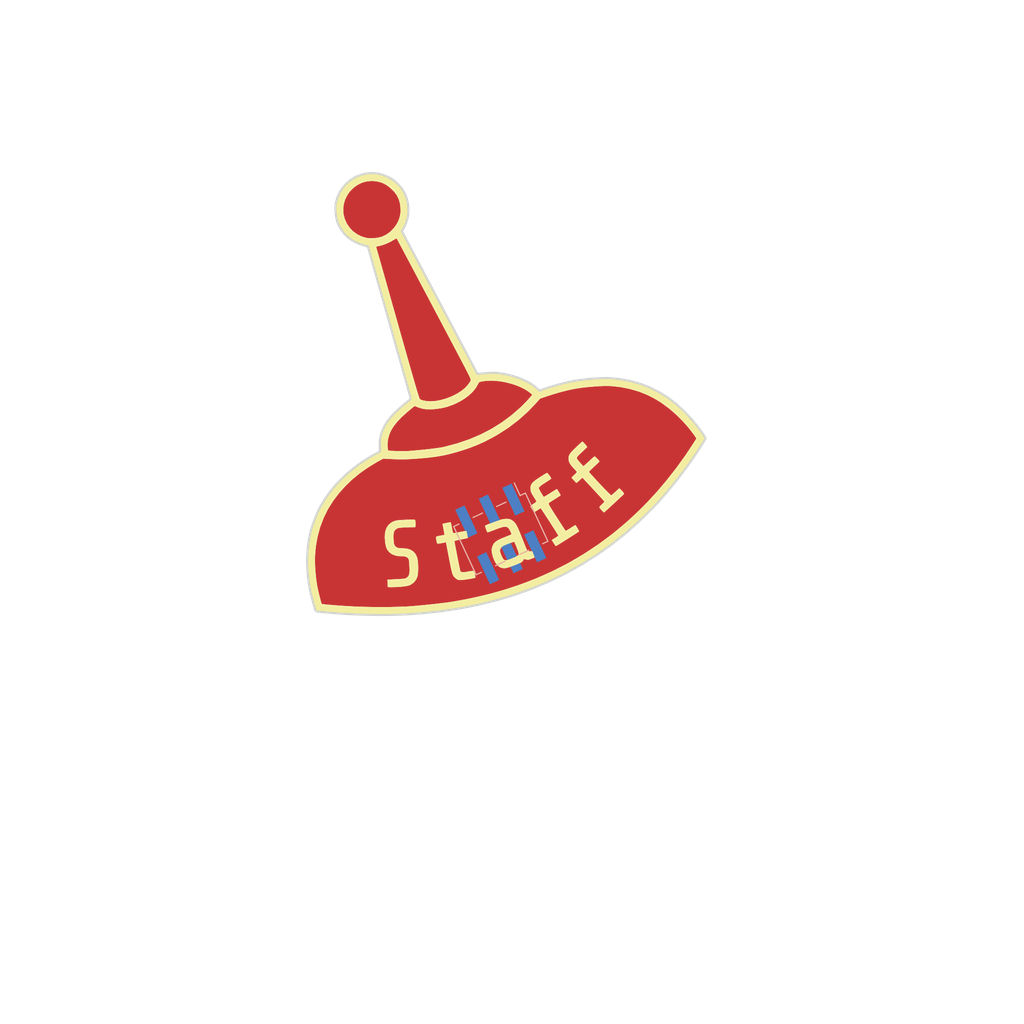
<source format=kicad_pcb>
(kicad_pcb (version 20221018) (generator pcbnew)
  (layers (0 "F.Cu" signal) (31 "B.Cu" signal) (34 "B.Paste" user) (35 "F.Paste" user) (36 "B.SilkS" user "B.Silkscreen") (37 "F.SilkS" user "F.Silkscreen") (38 "B.Mask" user) (39 "F.Mask" user) (44 "Edge.Cuts" user))
  (net 0 "")
  (footprint "LOGO" (layer "F.Cu") (at 148.413848 87.515506 5)
    (fp_text reference "G***" hide)
    (fp_text value "LOGO" hide)
    (fp_poly (pts (xy 0.448622 15.52562) (xy 0.497654 15.641544) (xy 0.556629 15.808785) (xy 0.619072 16.005996) (xy 0.67851 16.211825) (xy 0.728467 16.404926) (xy 0.762468 16.563948) (xy 0.774095 16.663075) (xy 0.757688 16.749156) (xy 0.70025 16.823506) (xy 0.589457 16.893149) (xy 0.412984 16.965109) (xy 0.158509 17.046411) (xy 0.042171 17.080251) (xy -0.214085 17.151902) (xy -0.395526 17.196366) (xy -0.519861 17.214789) (xy -0.604798 17.208314) (xy -0.668043 17.178085) (xy -0.722902 17.12967) (xy -0.789116 17.027814) (xy -0.86181 16.862176) (xy -0.930474 16.664234) (xy -0.984601 16.465466) (xy -1.013683 16.297349) (xy -1.016 16.251667) (xy -0.990003 16.10484) (xy -0.905713 15.978503) (xy -0.753684 15.865729) (xy -0.52447 15.759593) (xy -0.208625 15.653169) (xy -0.193469 15.648633) (xy 0.027506 15.583993) (xy 0.216277 15.531057) (xy 0.352624 15.495341) (xy 0.416008 15.482361)) (fill solid) (layer "F.Cu"))
    (fp_poly (pts (xy -10.242037 -20.861341) (xy -10.057351 -20.830172) (xy -9.657779 -20.726865) (xy -9.315928 -20.582983) (xy -9.002817 -20.382761) (xy -8.689468 -20.110436) (xy -8.634233 -20.055979) (xy -8.300648 -19.678232) (xy -8.056347 -19.296005) (xy -7.894526 -18.893428) (xy -7.80838 -18.454631) (xy -7.789333 -18.085562) (xy -7.828692 -17.570873) (xy -7.94955 -17.104192) (xy -8.156082 -16.675445) (xy -8.452465 -16.274556) (xy -8.608878 -16.107925) (xy -8.98133 -15.784181) (xy -9.371563 -15.545454) (xy -9.79937 -15.380019) (xy -9.871908 -15.359759) (xy -10.103798 -15.318923) (xy -10.394469 -15.297751) (xy -10.707978 -15.296145) (xy -11.008383 -15.314008) (xy -11.259743 -15.35124) (xy -11.311186 -15.363692) (xy -11.788642 -15.541443) (xy -12.223936 -15.80361) (xy -12.60806 -16.143708) (xy -12.901079 -16.508857) (xy -13.152402 -16.959799) (xy -13.314008 -17.433486) (xy -13.386938 -17.919114) (xy -13.372235 -18.405878) (xy -13.27094 -18.882972) (xy -13.084095 -19.339593) (xy -12.812742 -19.764935) (xy -12.55944 -20.051914) (xy -12.152095 -20.394356) (xy -11.710825 -20.648342) (xy -11.241486 -20.812049) (xy -10.749938 -20.883656)) (fill solid) (layer "F.Cu"))
    (fp_poly (pts (xy -0.296741 -0.391998) (xy 0.291154 -0.295166) (xy 0.885629 -0.145972) (xy 1.468323 0.049805) (xy 2.020873 0.286386) (xy 2.524917 0.557991) (xy 2.962092 0.85884) (xy 3.152698 1.021034) (xy 3.459238 1.303856) (xy 3.092266 1.661202) (xy 2.900733 1.840113) (xy 2.664788 2.049287) (xy 2.416986 2.260343) (xy 2.227605 2.41504) (xy 1.275751 3.113936) (xy 0.276302 3.731435) (xy -0.772609 4.268308) (xy -1.872853 4.725324) (xy -3.026299 5.103252) (xy -4.234817 5.40286) (xy -5.500278 5.624919) (xy -5.612191 5.640469) (xy -5.845251 5.66474) (xy -6.157492 5.686275) (xy -6.531364 5.704774) (xy -6.949317 5.719941) (xy -7.393801 5.731479) (xy -7.847265 5.73909) (xy -8.29216 5.742476) (xy -8.710936 5.741339) (xy -9.086042 5.735383) (xy -9.399928 5.72431) (xy -9.62781 5.708546) (xy -9.905149 5.679615) (xy -10.188526 5.647315) (xy -10.458095 5.614193) (xy -10.694012 5.582798) (xy -10.876429 5.55568) (xy -10.985503 5.535386) (xy -10.994572 5.533014) (xy -11.042683 5.501412) (xy -11.068549 5.42658) (xy -11.077947 5.286238) (xy -11.078398 5.209787) (xy -11.04806 4.771179) (xy -10.956732 4.353179) (xy -10.800151 3.949995) (xy -10.57405 3.555833) (xy -10.274163 3.1649) (xy -9.896226 2.771402) (xy -9.435973 2.369546) (xy -8.889138 1.953539) (xy -8.463379 1.658081) (xy -8.097233 1.411985) (xy -7.761855 1.577581) (xy -7.433044 1.715367) (xy -7.083454 1.809715) (xy -6.690332 1.865012) (xy -6.230928 1.885648) (xy -6.162814 1.886017) (xy -5.549403 1.85989) (xy -4.969525 1.775062) (xy -4.379015 1.624639) (xy -4.269192 1.590386) (xy -3.697128 1.376618) (xy -3.169361 1.117965) (xy -2.696799 0.821929) (xy -2.290348 0.496014) (xy -1.960916 0.147722) (xy -1.766387 -0.131349) (xy -1.678691 -0.270511) (xy -1.604013 -0.34749) (xy -1.509703 -0.385407) (xy -1.37934 -0.405454) (xy -0.859693 -0.430687)) (fill solid) (layer "F.Cu"))
    (fp_poly (pts (xy -8.40549 -15.024384) (xy -8.349189 -14.894414) (xy -8.260264 -14.686771) (xy -8.141148 -14.40722) (xy -7.994269 -14.061528) (xy -7.822059 -13.655462) (xy -7.626946 -13.194788) (xy -7.411361 -12.685273) (xy -7.177734 -12.132684) (xy -6.928496 -11.542787) (xy -6.666075 -10.921348) (xy -6.392903 -10.274135) (xy -6.11141 -9.606914) (xy -5.824024 -8.925451) (xy -5.533178 -8.235513) (xy -5.2413 -7.542866) (xy -4.95082 -6.853278) (xy -4.66417 -6.172515) (xy -4.383778 -5.506343) (xy -4.112075 -4.860529) (xy -3.851491 -4.24084) (xy -3.604457 -3.653042) (xy -3.373401 -3.102901) (xy -3.160755 -2.596185) (xy -2.968948 -2.13866) (xy -2.80041 -1.736093) (xy -2.657572 -1.394249) (xy -2.542863 -1.118896) (xy -2.458714 -0.915801) (xy -2.407554 -0.790729) (xy -2.39178 -0.749905) (xy -2.409516 -0.645695) (xy -2.491661 -0.498543) (xy -2.625819 -0.324362) (xy -2.799594 -0.139067) (xy -3.000592 0.04143) (xy -3.021294 0.058266) (xy -3.432049 0.340058) (xy -3.91101 0.586115) (xy -4.436904 0.790631) (xy -4.988458 0.947801) (xy -5.544397 1.051822) (xy -6.083449 1.096888) (xy -6.584341 1.077194) (xy -6.699034 1.061795) (xy -6.951031 1.0124) (xy -7.190948 0.947438) (xy -7.39035 0.875706) (xy -7.5171 0.808757) (xy -7.532157 0.780175) (xy -7.554429 0.709179) (xy -7.584613 0.592266) (xy -7.623408 0.425932) (xy -7.671513 0.206674) (xy -7.729627 -0.069012) (xy -7.798447 -0.404629) (xy -7.878674 -0.80368) (xy -7.971004 -1.269669) (xy -8.076138 -1.8061) (xy -8.194774 -2.416475) (xy -8.327609 -3.104298) (xy -8.475344 -3.873074) (xy -8.638676 -4.726304) (xy -8.818304 -5.667493) (xy -9.014928 -6.700144) (xy -9.024272 -6.74927) (xy -9.183771 -7.587689) (xy -9.338571 -8.401135) (xy -9.487686 -9.184443) (xy -9.630133 -9.932449) (xy -9.764924 -10.639989) (xy -9.891076 -11.301897) (xy -10.007603 -11.913009) (xy -10.11352 -12.468162) (xy -10.207842 -12.962189) (xy -10.289583 -13.389926) (xy -10.357758 -13.74621) (xy -10.411382 -14.025875) (xy -10.44947 -14.223757) (xy -10.471036 -14.334691) (xy -10.475561 -14.357047) (xy -10.481236 -14.429026) (xy -10.437348 -14.459621) (xy -10.324149 -14.465905) (xy -10.096069 -14.487187) (xy -9.810827 -14.545698) (xy -9.496801 -14.633429) (xy -9.182368 -14.742375) (xy -8.895902 -14.864527) (xy -8.874258 -14.875014) (xy -8.690728 -14.962723) (xy -8.542616 -15.02938) (xy -8.449143 -15.066571) (xy -8.42674 -15.070912)) (fill solid) (layer "F.Cu"))
    (fp_poly (pts (xy 9.95459 1.050316) (xy 10.545602 1.079037) (xy 11.083111 1.13039) (xy 11.588051 1.20751) (xy 12.081354 1.313534) (xy 12.583953 1.451595) (xy 13.062857 1.606283) (xy 13.850352 1.911006) (xy 14.583524 2.270791) (xy 15.277932 2.69537) (xy 15.949138 3.194475) (xy 16.612704 3.777835) (xy 16.757281 3.916572) (xy 17.327126 4.511203) (xy 17.871234 5.1564) (xy 18.369825 5.82674) (xy 18.803117 6.496799) (xy 18.915207 6.690044) (xy 19.072886 6.969612) (xy 18.716729 7.435245) (xy 17.820193 8.557581) (xy 16.859544 9.667139) (xy 15.851241 10.746841) (xy 14.811745 11.779607) (xy 13.757515 12.748358) (xy 12.869333 13.502824) (xy 11.476259 14.580569) (xy 10.040927 15.572539) (xy 8.562608 16.479012) (xy 7.040574 17.300264) (xy 5.474097 18.036574) (xy 3.862447 18.688219) (xy 2.204897 19.255477) (xy 0.500717 19.738625) (xy -1.250819 20.137942) (xy -3.050442 20.453704) (xy -4.898879 20.686189) (xy -6.289524 20.804162) (xy -6.53712 20.817823) (xy -6.860373 20.830826) (xy -7.242725 20.842906) (xy -7.667616 20.853799) (xy -8.118486 20.863241) (xy -8.578777 20.870967) (xy -9.031929 20.876714) (xy -9.461383 20.880216) (xy -9.85058 20.881211) (xy -10.18296 20.879433) (xy -10.441964 20.874618) (xy -10.522857 20.871715) (xy -12.153102 20.779989) (xy -13.728414 20.648514) (xy -15.191619 20.485928) (xy -15.488596 20.447156) (xy -15.826904 20.399951) (xy -16.194432 20.346288) (xy -16.579069 20.288139) (xy -16.968704 20.227477) (xy -17.351226 20.166276) (xy -17.714523 20.10651) (xy -18.046484 20.05015) (xy -18.334998 19.99917) (xy -18.567954 19.955544) (xy -18.73324 19.921245) (xy -18.818746 19.898245) (xy -18.827271 19.893604) (xy -18.848442 19.832368) (xy -18.879639 19.692421) (xy -18.917987 19.490948) (xy -18.960613 19.245137) (xy -19.004645 18.972175) (xy -19.038195 18.749169) (xy -12.258645 18.749169) (xy -12.255692 18.812937) (xy -12.254982 18.814801) (xy -12.200794 18.829679) (xy -12.068851 18.845229) (xy -11.878149 18.860445) (xy -11.647681 18.874317) (xy -11.39644 18.885839) (xy -11.143421 18.894003) (xy -10.907617 18.897801) (xy -10.716381 18.896436) (xy -10.451071 18.884285) (xy -10.252541 18.859514) (xy -10.091121 18.817259) (xy -9.990667 18.777506) (xy -9.686761 18.593585) (xy -9.44186 18.343443) (xy -9.286201 18.076914) (xy -9.229104 17.891983) (xy -9.180492 17.636578) (xy -9.142406 17.336772) (xy -9.116889 17.018639) (xy -9.105982 16.70825) (xy -9.111727 16.43168) (xy -9.136168 16.215001) (xy -9.139198 16.200063) (xy -9.254211 15.863191) (xy -9.441514 15.589964) (xy -9.699269 15.381834) (xy -10.025639 15.240254) (xy -10.418785 15.166675) (xy -10.450286 15.163988) (xy -10.717882 15.134926) (xy -10.910058 15.091667) (xy -11.047961 15.026166) (xy -11.152737 14.93038) (xy -11.189351 14.882849) (xy -11.236953 14.807539) (xy -11.267172 14.727479) (xy -11.283061 14.620429) (xy -11.287673 14.464149) (xy -11.286862 14.413006) (xy -7.144641 14.413006) (xy -7.137997 14.550708) (xy -7.123084 14.70781) (xy -7.106968 14.850634) (xy -7.086068 14.944579) (xy -7.043038 14.997772) (xy -6.960533 15.018338) (xy -6.821207 15.014403) (xy -6.607716 14.994094) (xy -6.528773 14.986235) (xy -6.211641 14.955118) (xy -6.058093 16.475496) (xy -6.01007 16.940672) (xy -5.967878 17.320076) (xy -5.929321 17.624366) (xy -5.892205 17.864199) (xy -5.854333 18.05023) (xy -5.813511 18.193117) (xy -5.767543 18.303517) (xy -5.714235 18.392087) (xy -5.65139 18.469484) (xy -5.646167 18.475205) (xy -5.521203 18.601077) (xy -5.404334 18.685923) (xy -5.27304 18.736293) (xy -5.104804 18.758734) (xy -4.877108 18.759797) (xy -4.692953 18.752436) (xy -4.440442 18.738494) (xy -4.19569 18.721929) (xy -3.99117 18.705095) (xy -3.884994 18.693871) (xy -3.633417 18.662144) (xy -3.661397 18.342024) (xy -3.681362 18.171995) (xy -3.706203 18.040414) (xy -3.729159 17.97833) (xy -3.794113 17.963504) (xy -3.938422 17.962243) (xy -4.145671 17.974291) (xy -4.285255 17.986974) (xy -4.57639 18.010272) (xy -4.785955 18.010794) (xy -4.926891 17.986503) (xy -5.012143 17.93536) (xy -5.051448 17.866312) (xy -5.0614 17.803937) (xy -5.079596 17.660022) (xy -5.104452 17.449286) (xy -5.13438 17.18645) (xy -5.167794 16.886234) (xy -5.203108 16.56336) (xy -5.238736 16.232546) (xy -5.273091 15.908514) (xy -5.304586 15.605984) (xy -5.331635 15.339677) (xy -5.352652 15.124312) (xy -5.366051 14.974611) (xy -5.370286 14.907772) (xy -5.324982 14.888831) (xy -5.20076 14.864904) (xy -5.015159 14.838713) (xy -4.785715 14.81298) (xy -4.716565 14.806281) (xy -4.476276 14.781754) (xy -4.273176 14.757172) (xy -4.125401 14.735022) (xy -4.051088 14.71779) (xy -4.045995 14.714349) (xy -4.042484 14.654662) (xy -4.049225 14.531398) (xy -4.063058 14.375226) (xy -4.080822 14.216817) (xy -4.099358 14.086841) (xy -4.115504 14.015965) (xy -4.118439 14.011335) (xy -4.170725 14.010398) (xy -4.299849 14.018938) (xy -4.486516 14.035421) (xy -4.71143 14.058313) (xy -4.717143 14.058929) (xy -4.949866 14.08362) (xy -5.151719 14.104227) (xy -5.300766 14.118566) (xy -5.374378 14.124425) (xy -5.410336 14.109118) (xy -5.438802 14.050322) (xy -5.463352 13.933227) (xy -5.48756 13.743021) (xy -5.490191 13.717262) (xy -2.260883 13.717262) (xy -2.239673 13.83494) (xy -2.204302 13.985369) (xy -2.162444 14.138849) (xy -2.121772 14.265678) (xy -2.089959 14.336155) (xy -2.084781 14.341226) (xy -2.030888 14.334009) (xy -1.900881 14.303194) (xy -1.711297 14.25308) (xy -1.478675 14.187968) (xy -1.333198 14.145801) (xy -0.970636 14.044133) (xy -0.685814 13.976585) (xy -0.466217 13.942392) (xy -0.299332 13.940792) (xy -0.172642 13.971021) (xy -0.073633 14.032315) (xy -0.037648 14.066762) (xy 0.025933 14.158968) (xy 0.095474 14.296366) (xy 0.160157 14.451249) (xy 0.209164 14.595907) (xy 0.231676 14.702634) (xy 0.225393 14.740449) (xy 0.175471 14.759298) (xy 0.050503 14.799303) (xy -0.131562 14.854897) (xy -0.352772 14.920508) (xy -0.3913 14.931769) (xy -0.766369 15.04751) (xy -1.059606 15.154951) (xy -1.284519 15.262318) (xy -1.454616 15.377837) (xy -1.583405 15.509736) (xy -1.684394 15.66624) (xy -1.722258 15.742338) (xy -1.8128 16.033994) (xy -1.82961 16.366471) (xy -1.772179 16.745818) (xy -1.639995 17.178086) (xy -1.590324 17.307412) (xy -1.477263 17.516541) (xy -1.322351 17.705738) (xy -1.149227 17.850922) (xy -0.981532 17.928014) (xy -0.980934 17.928147) (xy -0.865429 17.95594) (xy -0.798286 17.975399) (xy -0.686694 17.984588) (xy -0.497993 17.964156) (xy -0.246325 17.916675) (xy 0.05417 17.844718) (xy 0.314476 17.77293) (xy 0.609633 17.683833) (xy 0.825178 17.60923) (xy 0.975769 17.541811) (xy 1.076068 17.474266) (xy 1.140734 17.399282) (xy 1.16891 17.346845) (xy 1.205152 17.279754) (xy 1.25132 17.257066) (xy 1.337712 17.274209) (xy 1.435743 17.306573) (xy 1.564896 17.344763) (xy 1.673161 17.354659) (xy 1.800245 17.335476) (xy 1.950275 17.296404) (xy 2.110064 17.250374) (xy 2.230556 17.212895) (xy 2.282075 17.193662) (xy 2.286605 17.141036) (xy 2.266846 17.022284) (xy 2.229563 16.872428) (xy 2.14469 16.570476) (xy 1.911828 16.546286) (xy 1.757441 16.516379) (xy 1.655437 16.469494) (xy 1.637062 16.449524) (xy 1.61226 16.384455) (xy 1.564757 16.240022) (xy 1.498768 16.029803) (xy 1.418509 15.767378) (xy 1.328197 15.466323) (xy 1.257362 15.226621) (xy 1.128016 14.793064) (xy 1.018021 14.442078) (xy 0.922843 14.162465) (xy 0.837944 13.943028) (xy 0.758791 13.77257) (xy 0.680847 13.639895) (xy 0.599577 13.533804) (xy 0.550416 13.481326) (xy 0.39726 13.3449) (xy 0.246788 13.256777) (xy 0.071291 13.207485) (xy -0.156942 13.187551) (xy -0.314476 13.185667) (xy -0.498637 13.189879) (xy -0.665129 13.204165) (xy -0.837581 13.233062) (xy -1.039621 13.281108) (xy -1.29488 13.352839) (xy -1.492312 13.411827) (xy -1.745343 13.489458) (xy -1.964581 13.558729) (xy -2.133789 13.614349) (xy -2.23673 13.651026) (xy -2.260258 13.662036) (xy -2.260883 13.717262) (xy -5.490191 13.717262) (xy -5.503048 13.591361) (xy -5.525303 13.37503) (xy -5.545957 13.197416) (xy -5.56251 13.078665) (xy -5.571572 13.038968) (xy -5.624674 13.035582) (xy -5.745277 13.043174) (xy -5.905169 13.058525) (xy -6.076136 13.078417) (xy -6.229965 13.099635) (xy -6.338442 13.11896) (xy -6.373173 13.130379) (xy -6.37744 13.184708) (xy -6.371606 13.314367) (xy -6.356953 13.498596) (xy -6.339921 13.669635) (xy -6.318714 13.881667) (xy -6.30446 14.054848) (xy -6.298649 14.168701) (xy -6.301056 14.203279) (xy -6.353661 14.214716) (xy -6.4791 14.230527) (xy -6.653713 14.247868) (xy -6.719247 14.253539) (xy -6.905572 14.274861) (xy -7.050986 14.302385) (xy -7.131594 14.331191) (xy -7.139913 14.340174) (xy -7.144641 14.413006) (xy -11.286862 14.413006) (xy -11.284062 14.2364) (xy -11.283133 14.19981) (xy -11.265782 13.881717) (xy -11.228675 13.642987) (xy -11.165934 13.467223) (xy -11.071682 13.338026) (xy -10.94004 13.238999) (xy -10.938396 13.238036) (xy -10.854814 13.196272) (xy -10.759514 13.167114) (xy -10.637564 13.149794) (xy -10.474032 13.143541) (xy -10.253987 13.147589) (xy -9.962496 13.161168) (xy -9.719046 13.17526) (xy -9.060378 13.215091) (xy -9.030278 13.102688) (xy -9.012399 12.988215) (xy -9.001264 12.825596) (xy -8.999518 12.741531) (xy -8.999277 12.644371) (xy -9.007217 12.571151) (xy -9.035451 12.517876) (xy -9.096091 12.480552) (xy -9.201251 12.455186) (xy -9.363044 12.437785) (xy -9.593582 12.424353) (xy -9.90498 12.410898) (xy -10.016454 12.40624) (xy -10.333542 12.3946) (xy -10.57342 12.390732) (xy -10.755392 12.395458) (xy -10.898761 12.409602) (xy -11.022831 12.433987) (xy -11.089716 12.452028) (xy -11.421385 12.590131) (xy -11.688815 12.794137) (xy -11.893116 13.06618) (xy -12.035399 13.408396) (xy -12.116774 13.822919) (xy -12.138351 14.311885) (xy -12.133944 14.459823) (xy -12.094289 14.831863) (xy -12.007105 15.132993) (xy -11.865652 15.380047) (xy -11.691073 15.565967) (xy -11.487196 15.704081) (xy -11.231809 15.819623) (xy -10.96745 15.896223) (xy -10.775042 15.918488) (xy -10.465615 15.946562) (xy -10.224932 16.025086) (xy -10.068621 16.143017) (xy -10.023167 16.199469) (xy -9.992259 16.256959) (xy -9.973927 16.333353) (xy -9.966205 16.446518) (xy -9.967124 16.614321) (xy -9.974716 16.854629) (xy -9.978621 16.960115) (xy -9.995335 17.289689) (xy -10.020699 17.5385) (xy -10.059687 17.722481) (xy -10.117274 17.85756) (xy -10.198433 17.959669) (xy -10.30814 18.044738) (xy -10.319587 18.052105) (xy -10.380093 18.087002) (xy -10.445211 18.111769) (xy -10.530511 18.127441) (xy -10.65156 18.135058) (xy -10.82393 18.135657) (xy -11.063188 18.130275) (xy -11.353399 18.121014) (xy -12.232322 18.091431) (xy -12.249595 18.443715) (xy -12.256488 18.617535) (xy -12.258645 18.749169) (xy -19.038195 18.749169) (xy -19.04721 18.689247) (xy -19.085434 18.41354) (xy -19.115898 18.167048) (xy -19.145352 17.814269) (xy -19.163377 17.393696) (xy -19.170208 16.932757) (xy -19.166075 16.458882) (xy -19.151214 15.999502) (xy -19.125856 15.582046) (xy -19.091039 15.24) (xy -18.915978 14.248648) (xy -18.658964 13.295175) (xy -18.322466 12.386173) (xy -18.212053 12.157094) (xy 2.32235 12.157094) (xy 2.342578 12.219297) (xy 2.394103 12.333538) (xy 2.463047 12.472831) (xy 2.535532 12.610187) (xy 2.597682 12.718619) (xy 2.635618 12.771138) (xy 2.638838 12.772572) (xy 2.691002 12.751808) (xy 2.804635 12.697217) (xy 2.95574 12.620352) (xy 2.964713 12.615681) (xy 3.118468 12.535717) (xy 3.236901 12.474454) (xy 3.295324 12.44466) (xy 3.296121 12.444275) (xy 3.32326 12.482361) (xy 3.388457 12.594195) (xy 3.485258 12.767611) (xy 3.607207 12.990442) (xy 3.747847 13.250522) (xy 3.900724 13.535685) (xy 4.059382 13.833764) (xy 4.217365 14.132592) (xy 4.368218 14.420004) (xy 4.505485 14.683832) (xy 4.62271 14.91191) (xy 4.713438 15.092073) (xy 4.771214 15.212153) (xy 4.789714 15.259152) (xy 4.749671 15.292502) (xy 4.643483 15.355825) (xy 4.49206 15.436861) (xy 4.45165 15.457411) (xy 4.113585 15.627658) (xy 4.26851 15.941829) (xy 4.350029 16.095251) (xy 4.42066 16.207142) (xy 4.466352 16.255503) (xy 4.469175 16.256) (xy 4.522568 16.234433) (xy 4.650011 16.173605) (xy 4.839928 16.079329) (xy 5.080745 15.957415) (xy 5.360887 15.813675) (xy 5.668778 15.65392) (xy 5.679061 15.648555) (xy 5.986169 15.488027) (xy 6.264125 15.342198) (xy 6.501685 15.21701) (xy 6.687607 15.118407) (xy 6.810645 15.052332) (xy 6.859556 15.024726) (xy 6.859819 15.024498) (xy 6.846676 14.979075) (xy 6.80213 14.873965) (xy 6.738732 14.735685) (xy 6.669034 14.590751) (xy 6.605587 14.46568) (xy 6.560941 14.386989) (xy 6.553005 14.376294) (xy 6.506975 14.390838) (xy 6.393556 14.443202) (xy 6.23032 14.524903) (xy 6.053862 14.61729) (xy 5.859496 14.717563) (xy 5.697481 14.794766) (xy 5.585849 14.840728) (xy 5.543328 14.848598) (xy 5.515112 14.800746) (xy 5.447597 14.677553) (xy 5.346338 14.489414) (xy 5.21689 14.246728) (xy 5.064807 13.95989) (xy 4.895642 13.639297) (xy 4.79424 13.446459) (xy 4.594278 13.064723) (xy 4.435937 12.759324) (xy 4.315208 12.52127) (xy 4.228085 12.341571) (xy 4.170562 12.211233) (xy 4.138632 12.121266) (xy 4.128288 12.062676) (xy 4.135523 12.026473) (xy 4.152606 12.006502) (xy 4.224947 11.961062) (xy 4.364808 11.883123) (xy 4.552972 11.783081) (xy 4.770222 11.671328) (xy 4.801809 11.655367) (xy 5.012484 11.547354) (xy 5.187843 11.454012) (xy 5.311848 11.384136) (xy 5.36846 11.346523) (xy 5.370286 11.343581) (xy 5.350581 11.294033) (xy 5.300383 11.185604) (xy 5.233068 11.045658) (xy 5.16201 10.90156) (xy 5.100583 10.780676) (xy 5.062163 10.710369) (xy 5.057523 10.70367) (xy 5.013198 10.72036) (xy 4.898109 10.774732) (xy 4.727149 10.859462) (xy 4.51521 10.967223) (xy 4.383084 11.035465) (xy 4.154234 11.152743) (xy 3.957472 11.250618) (xy 3.807808 11.321857) (xy 3.720252 11.359231) (xy 3.703926 11.362652) (xy 3.66349 11.297477) (xy 3.59766 11.170982) (xy 3.517931 11.007728) (xy 3.435797 10.832273) (xy 3.362752 10.669179) (xy 3.310291 10.543004) (xy 3.289908 10.478309) (xy 3.289905 10.478012) (xy 3.327402 10.398413) (xy 3.442502 10.29634) (xy 3.639121 10.169112) (xy 3.921171 10.014048) (xy 4.100286 9.922828) (xy 4.296386 9.821985) (xy 4.455765 9.734383) (xy 4.561163 9.669896) (xy 4.595613 9.639464) (xy 4.57188 9.568109) (xy 4.512487 9.451131) (xy 4.433216 9.314374) (xy 4.34985 9.183682) (xy 4.27817 9.084902) (xy 4.233959 9.043876) (xy 4.231924 9.043889) (xy 4.173937 9.06786) (xy 4.04668 9.127929) (xy 3.866938 9.215949) (xy 3.651496 9.323774) (xy 3.567337 9.366425) (xy 3.215327 9.55295) (xy 2.944526 9.71689) (xy 2.745188 9.868672) (xy 2.607564 10.018724) (xy 2.52191 10.177474) (xy 2.478476 10.355349) (xy 2.467428 10.543145) (xy 2.476572 10.67614) (xy 2.50969 10.81207) (xy 2.575309 10.975638) (xy 2.681957 11.191549) (xy 2.709333 11.243895) (xy 2.808294 11.435339) (xy 2.887671 11.595389) (xy 2.938054 11.704656) (xy 2.951173 11.742148) (xy 2.911623 11.782123) (xy 2.807277 11.852031) (xy 2.659488 11.937752) (xy 2.636762 11.950095) (xy 2.484652 12.036764) (xy 2.373009 12.109389) (xy 2.323179 12.153919) (xy 2.32235 12.157094) (xy -18.212053 12.157094) (xy -17.908952 11.528239) (xy -17.420891 10.727965) (xy -17.379649 10.668) (xy -16.83369 9.953941) (xy -16.207002 9.264187) (xy -15.51513 8.613334) (xy -14.773619 8.015982) (xy -14.603278 7.899745) (xy 6.435462 7.899745) (xy 6.451605 8.10166) (xy 6.508227 8.293199) (xy 6.615407 8.497291) (xy 6.783223 8.736865) (xy 6.830155 8.797729) (xy 6.951101 8.952903) (xy 7.051811 9.08267) (xy 7.115234 9.165042) (xy 7.124661 9.177519) (xy 7.116758 9.235771) (xy 7.030676 9.332549) (xy 6.873723 9.463473) (xy 6.734021 9.57607) (xy 6.630306 9.667491) (xy 6.58137 9.720971) (xy 6.579809 9.725682) (xy 6.607619 9.780134) (xy 6.678511 9.881172) (xy 6.730011 9.947728) (xy 6.832439 10.078009) (xy 6.91796 10.190204) (xy 6.943231 10.224825) (xy 6.979502 10.264466) (xy 7.024178 10.270538) (xy 7.095508 10.235435) (xy 7.211742 10.151548) (xy 7.318667 10.06832) (xy 7.631084 9.8228) (xy 8.592985 11.055252) (xy 8.826503 11.355117) (xy 9.040361 11.631015) (xy 9.227395 11.873603) (xy 9.38044 12.073538) (xy 9.492334 12.221477) (xy 9.55591 12.308078) (xy 9.567846 12.326587) (xy 9.538202 12.37204) (xy 9.447986 12.456513) (xy 9.315571 12.563078) (xy 9.291603 12.581116) (xy 9.142638 12.702821) (xy 9.049478 12.801424) (xy 9.02521 12.862215) (xy 9.064182 12.931491) (xy 9.140346 13.042122) (xy 9.234674 13.169124) (xy 9.328139 13.287518) (xy 9.401714 13.372321) (xy 9.434286 13.399325) (xy 9.477451 13.371337) (xy 9.586312 13.291571) (xy 9.750418 13.167952) (xy 9.959319 13.008405) (xy 10.202564 12.820855) (xy 10.426095 12.647227) (xy 10.694776 12.43807) (xy 10.941916 12.246087) (xy 11.156093 12.080118) (xy 11.325885 11.949003) (xy 11.439871 11.861583) (xy 11.483006 11.829189) (xy 11.539783 11.763098) (xy 11.537973 11.676708) (xy 11.472789 11.556155) (xy 11.339443 11.387576) (xy 11.324525 11.370256) (xy 11.136743 11.153274) (xy 10.739427 11.46125) (xy 10.568301 11.590149) (xy 10.421623 11.693731) (xy 10.318319 11.759019) (xy 10.28187 11.774993) (xy 10.240864 11.739662) (xy 10.149772 11.638513) (xy 10.017324 11.482566) (xy 9.852247 11.282841) (xy 9.66327 11.050357) (xy 9.459122 10.796133) (xy 9.24853 10.531188) (xy 9.040223 10.266542) (xy 8.842929 10.013214) (xy 8.665377 9.782224) (xy 8.516295 9.584591) (xy 8.40441 9.431333) (xy 8.338453 9.333472) (xy 8.324293 9.303594) (xy 8.361674 9.261879) (xy 8.462567 9.17339) (xy 8.613217 9.049601) (xy 8.799869 8.901985) (xy 8.880674 8.839495) (xy 9.077555 8.685566) (xy 9.243577 8.55076) (xy 9.365064 8.446576) (xy 9.428338 8.384512) (xy 9.434286 8.374101) (xy 9.404449 8.30423) (xy 9.328569 8.197166) (xy 9.227091 8.075846) (xy 9.120461 7.963205) (xy 9.029123 7.88218) (xy 8.973523 7.855708) (xy 8.972496 7.856043) (xy 8.913428 7.89323) (xy 8.794103 7.978873) (xy 8.630162 8.101407) (xy 8.437244 8.249271) (xy 8.371864 8.300111) (xy 8.178202 8.44934) (xy 8.013511 8.572648) (xy 7.891717 8.659885) (xy 7.826745 8.700903) (xy 7.819914 8.702361) (xy 7.786349 8.658643) (xy 7.707488 8.556318) (xy 7.597184 8.413357) (xy 7.531807 8.328673) (xy 7.410792 8.163452) (xy 7.316992 8.019209) (xy 7.264043 7.917707) (xy 7.257143 7.890396) (xy 7.265495 7.829846) (xy 7.297892 7.76638) (xy 7.365342 7.688923) (xy 7.478854 7.586403) (xy 7.649437 7.447746) (xy 7.861905 7.282095) (xy 8.046651 7.13715) (xy 8.201462 7.011406) (xy 8.311131 6.917525) (xy 8.36045 6.868169) (xy 8.361485 6.866148) (xy 8.341121 6.81278) (xy 8.276858 6.710038) (xy 8.186888 6.582421) (xy 8.0894 6.454428) (xy 8.002585 6.350559) (xy 7.944634 6.295314) (xy 7.935113 6.29191) (xy 7.890747 6.3212) (xy 7.783759 6.400737) (xy 7.627248 6.520523) (xy 7.434313 6.670563) (xy 7.281333 6.790819) (xy 6.993607 7.024055) (xy 6.777283 7.216374) (xy 6.622964 7.380096) (xy 6.521252 7.527543) (xy 6.462749 7.671034) (xy 6.438057 7.82289) (xy 6.435462 7.899745) (xy -14.603278 7.899745) (xy -13.998014 7.486727) (xy -13.980166 7.475638) (xy -13.646366 7.276922) (xy -13.269392 7.066146) (xy -12.876387 6.857509) (xy -12.494495 6.665213) (xy -12.150858 6.503458) (xy -11.981066 6.429767) (xy -11.600798 6.271646) (xy -11.013446 6.35396) (xy -10.605461 6.410007) (xy -10.256054 6.454564) (xy -9.945107 6.488926) (xy -9.652501 6.514386) (xy -9.358118 6.532239) (xy -9.04184 6.543777) (xy -8.683548 6.550295) (xy -8.263124 6.553087) (xy -7.910286 6.553516) (xy -7.345305 6.551054) (xy -6.857215 6.542611) (xy -6.426233 6.526401) (xy -6.032579 6.500636) (xy -5.656473 6.463531) (xy -5.278132 6.413297) (xy -4.877776 6.348148) (xy -4.435625 6.266298) (xy -4.184953 6.217007) (xy -3.271274 6.011448) (xy -2.409708 5.766974) (xy -1.570606 5.473473) (xy -0.724318 5.12083) (xy -0.072572 4.814165) (xy 0.996728 4.238411) (xy 2.004381 3.590891) (xy 2.959816 2.865096) (xy 3.73137 2.18789) (xy 4.197026 1.752714) (xy 4.920688 1.578941) (xy 5.682182 1.406344) (xy 6.381528 1.271194) (xy 7.044407 1.170329) (xy 7.6965 1.100588) (xy 8.363486 1.058808) (xy 9.071047 1.041829) (xy 9.289143 1.041093)) (fill solid) (layer "F.Cu"))
    (fp_poly (pts (xy -10.290296 -21.653697) (xy -9.748227 -21.561803) (xy -9.224979 -21.386833) (xy -8.732377 -21.13557) (xy -8.282247 -20.814797) (xy -7.886412 -20.431297) (xy -7.556699 -19.991853) (xy -7.379451 -19.671133) (xy -7.19112 -19.215583) (xy -7.074445 -18.770333) (xy -7.020958 -18.297841) (xy -7.015238 -18.056379) (xy -7.05942 -17.465735) (xy -7.192673 -16.911879) (xy -7.416059 -16.391384) (xy -7.648354 -16.013748) (xy -7.84984 -15.726509) (xy -4.782803 -8.458094) (xy -1.715765 -1.189678) (xy -0.894168 -1.184585) (xy -0.542124 -1.179571) (xy -0.260393 -1.167908) (xy -0.022623 -1.147299) (xy 0.197536 -1.115446) (xy 0.426435 -1.070052) (xy 0.43104 -1.069043) (xy 1.062947 -0.905385) (xy 1.676316 -0.698178) (xy 2.257919 -0.45412) (xy 2.794523 -0.179912) (xy 3.272899 0.117746) (xy 3.679814 0.432155) (xy 3.975775 0.725938) (xy 4.184952 0.966215) (xy 4.572 0.865794) (xy 4.998948 0.762976) (xy 5.491414 0.657674) (xy 6.018516 0.555806) (xy 6.549376 0.463289) (xy 7.053113 0.38604) (xy 7.134545 0.374755) (xy 7.522387 0.332005) (xy 7.972344 0.299175) (xy 8.464513 0.276367) (xy 8.978992 0.263685) (xy 9.495879 0.261233) (xy 9.995271 0.269115) (xy 10.457265 0.287435) (xy 10.861959 0.316296) (xy 11.176 0.353692) (xy 12.225515 0.559273) (xy 13.221186 0.843675) (xy 14.164747 1.208041) (xy 15.057932 1.653509) (xy 15.902477 2.181222) (xy 16.700115 2.792318) (xy 17.452582 3.487939) (xy 18.161611 4.269224) (xy 18.828937 5.137315) (xy 19.136814 5.588) (xy 19.348008 5.915405) (xy 19.537187 6.221112) (xy 19.698519 6.494722) (xy 19.826168 6.725833) (xy 19.914299 6.904047) (xy 19.957078 7.018962) (xy 19.958655 7.052935) (xy 19.916611 7.122834) (xy 19.82284 7.256164) (xy 19.686453 7.441116) (xy 19.516563 7.665879) (xy 19.322284 7.918644) (xy 19.112727 8.1876) (xy 18.897006 8.460937) (xy 18.684234 8.726847) (xy 18.483523 8.973517) (xy 18.382482 9.095619) (xy 17.81662 9.756035) (xy 17.204934 10.436511) (xy 16.564697 11.119249) (xy 15.913178 11.786452) (xy 15.267649 12.420324) (xy 14.645381 13.003066) (xy 14.236478 13.367901) (xy 12.84346 14.519911) (xy 11.406231 15.585861) (xy 9.924787 16.565751) (xy 8.399122 17.459583) (xy 6.829235 18.267358) (xy 5.215119 18.989078) (xy 3.556772 19.624743) (xy 1.854189 20.174355) (xy 0.107366 20.637916) (xy -1.683701 21.015426) (xy -3.519016 21.306888) (xy -5.398583 21.512303) (xy -7.322406 21.631671) (xy -9.290489 21.664994) (xy -10.547048 21.642001) (xy -11.601531 21.594249) (xy -12.723756 21.516356) (xy -13.890272 21.41053) (xy -15.077628 21.278982) (xy -16.262373 21.123922) (xy -16.667238 21.065225) (xy -16.929981 21.02479) (xy -17.235712 20.975529) (xy -17.569206 20.920119) (xy -17.915237 20.861236) (xy -18.258578 20.801559) (xy -18.584005 20.743763) (xy -18.876291 20.690528) (xy -19.120211 20.64453) (xy -19.300539 20.608445) (xy -19.402049 20.584952) (xy -19.407096 20.583455) (xy -19.474624 20.522022) (xy -19.513678 20.427426) (xy -19.535624 20.322889) (xy -19.571347 20.152534) (xy -19.614791 19.945252) (xy -19.637641 19.836191) (xy -19.825273 18.739928) (xy -19.929891 17.645974) (xy -19.951916 16.563229) (xy -19.891766 15.500592) (xy -19.749861 14.46696) (xy -19.526619 13.471235) (xy -19.303881 12.748381) (xy -19.175486 12.41367) (xy -19.007089 12.026254) (xy -18.812375 11.613928) (xy -18.60503 11.204489) (xy -18.39874 10.825733) (xy -18.20719 10.505455) (xy -18.175169 10.455911) (xy -17.567261 9.61689) (xy -16.877372 8.828125) (xy -16.107075 8.091074) (xy -15.257942 7.407194) (xy -14.331548 6.777941) (xy -13.963918 6.555982) (xy -13.740618 6.430722) (xy -13.469484 6.286743) (xy -13.171003 6.134113) (xy -12.865659 5.9829) (xy -12.573938 5.843172) (xy -12.316328 5.724999) (xy -12.113312 5.638447) (xy -12.041628 5.611217) (xy -11.867066 5.549337) (xy -11.837379 5.036478) (xy -11.80058 4.627451) (xy -11.736094 4.276102) (xy -11.634585 3.945103) (xy -11.486719 3.597129) (xy -11.467121 3.556) (xy -11.220501 3.116142) (xy -10.908792 2.693726) (xy -10.518789 2.271345) (xy -10.420851 2.176392) (xy -10.211856 1.990416) (xy -9.942551 1.770176) (xy -9.634967 1.532236) (xy -9.311132 1.293158) (xy -8.993077 1.069505) (xy -8.70283 0.87784) (xy -8.648182 0.843642) (xy -8.521826 0.753203) (xy -8.439086 0.67041) (xy -8.420078 0.628953) (xy -8.429179 0.574097) (xy -8.455472 0.429312) (xy -8.497989 0.199711) (xy -8.555765 -0.109592) (xy -8.627831 -0.493484) (xy -8.713222 -0.94685) (xy -8.81097 -1.464579) (xy -8.920108 -2.041555) (xy -9.039669 -2.672666) (xy -9.168687 -3.352798) (xy -9.306194 -4.076837) (xy -9.451223 -4.839671) (xy -9.602808 -5.636185) (xy -9.759981 -6.461265) (xy -9.860861 -6.990423) (xy -11.300025 -14.537226) (xy -11.443631 -14.582666) (xy -12.052932 -14.817984) (xy -12.587465 -15.114714) (xy -13.047276 -15.4729) (xy -13.432408 -15.892588) (xy -13.742909 -16.373821) (xy -13.978822 -16.916646) (xy -14.061321 -17.183431) (xy -14.112166 -17.449674) (xy -14.141591 -17.77697) (xy -14.149534 -18.132112) (xy -14.135937 -18.481892) (xy -14.100738 -18.793103) (xy -14.064547 -18.965333) (xy -13.865584 -19.523946) (xy -13.58839 -20.03169) (xy -13.240352 -20.482402) (xy -12.828855 -20.869922) (xy -12.361287 -21.188087) (xy -11.845034 -21.430735) (xy -11.287483 -21.591705) (xy -10.839361 -21.655733)) (stroke (width 0.2)) (fill none) (layer "Edge.Cuts"))
  )
  (footprint "Connector_PinSocket_2.54mm:PinSocket_2x03_P2.54mm_Vertical_SMD" (layer "B.Cu") (at 148.89 102.13 115)
    (fp_text reference "SAO" hide)
    (fp_text value "Conn_02x03_Top_Bottom" hide)
    (pad "1" smd rect (at 2.52 2.54 115) (size 3 1) (layers "B.Cu" "B.Paste" "B.Mask"))
    (pad "2" smd rect (at -2.52 2.54 115) (size 3 1) (layers "B.Cu" "B.Paste" "B.Mask"))
    (pad "3" smd rect (at 2.52 0 115) (size 3 1) (layers "B.Cu" "B.Paste" "B.Mask"))
    (pad "4" smd rect (at -2.52 0 115) (size 3 1) (layers "B.Cu" "B.Paste" "B.Mask"))
    (pad "5" smd rect (at 2.52 -2.54 115) (size 3 1) (layers "B.Cu" "B.Paste" "B.Mask"))
    (pad "6" smd rect (at -2.52 -2.54 115) (size 3 1) (layers "B.Cu" "B.Paste" "B.Mask"))
  )
)
</source>
